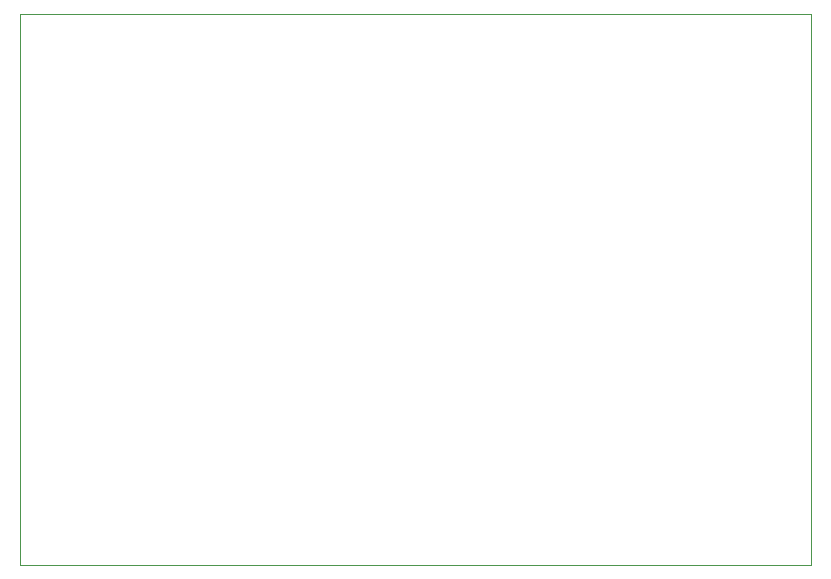
<source format=gbr>
%TF.GenerationSoftware,KiCad,Pcbnew,(6.0.9-dirty)*%
%TF.CreationDate,2022-12-30T08:50:27-06:00*%
%TF.ProjectId,parthiv_pcb_v2,70617274-6869-4765-9f70-63625f76322e,rev?*%
%TF.SameCoordinates,Original*%
%TF.FileFunction,Profile,NP*%
%FSLAX46Y46*%
G04 Gerber Fmt 4.6, Leading zero omitted, Abs format (unit mm)*
G04 Created by KiCad (PCBNEW (6.0.9-dirty)) date 2022-12-30 08:50:27*
%MOMM*%
%LPD*%
G01*
G04 APERTURE LIST*
%TA.AperFunction,Profile*%
%ADD10C,0.100000*%
%TD*%
G04 APERTURE END LIST*
D10*
X103311200Y-85754000D02*
X170227000Y-85754000D01*
X170227000Y-85754000D02*
X170227000Y-132334000D01*
X170227000Y-132334000D02*
X103311200Y-132334000D01*
X103311200Y-132334000D02*
X103311200Y-85754000D01*
M02*

</source>
